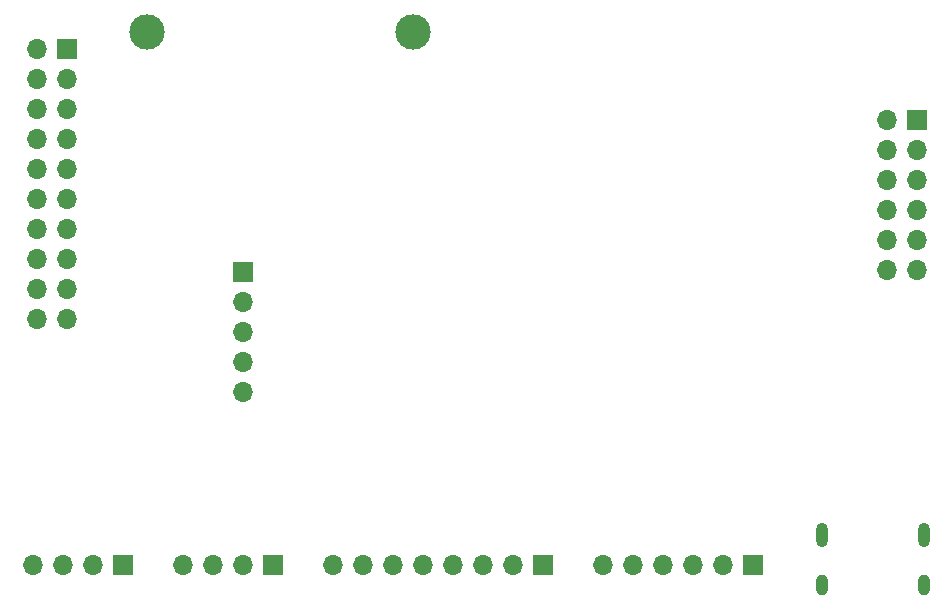
<source format=gbr>
%TF.GenerationSoftware,KiCad,Pcbnew,7.0.5*%
%TF.CreationDate,2023-06-26T01:29:26+02:00*%
%TF.ProjectId,GigaVesc,47696761-5665-4736-932e-6b696361645f,rev?*%
%TF.SameCoordinates,Original*%
%TF.FileFunction,Copper,L2,Bot*%
%TF.FilePolarity,Positive*%
%FSLAX46Y46*%
G04 Gerber Fmt 4.6, Leading zero omitted, Abs format (unit mm)*
G04 Created by KiCad (PCBNEW 7.0.5) date 2023-06-26 01:29:26*
%MOMM*%
%LPD*%
G01*
G04 APERTURE LIST*
%TA.AperFunction,ComponentPad*%
%ADD10R,1.700000X1.700000*%
%TD*%
%TA.AperFunction,ComponentPad*%
%ADD11O,1.700000X1.700000*%
%TD*%
%TA.AperFunction,ComponentPad*%
%ADD12C,3.000000*%
%TD*%
%TA.AperFunction,ComponentPad*%
%ADD13O,1.000000X2.100000*%
%TD*%
%TA.AperFunction,ComponentPad*%
%ADD14O,1.000000X1.800000*%
%TD*%
G04 APERTURE END LIST*
D10*
%TO.P,J7,1,Pin_1*%
%TO.N,+3.3V*%
X135890000Y-95890000D03*
D11*
%TO.P,J7,2,Pin_2*%
%TO.N,NRST*%
X135890000Y-98430000D03*
%TO.P,J7,3,Pin_3*%
%TO.N,SWCLK*%
X135890000Y-100970000D03*
%TO.P,J7,4,Pin_4*%
%TO.N,SWDIO*%
X135890000Y-103510000D03*
%TO.P,J7,5,Pin_5*%
%TO.N,GND*%
X135890000Y-106050000D03*
%TD*%
D12*
%TO.P,F1,1*%
%TO.N,+15V*%
X127815000Y-75565000D03*
%TO.P,F1,2*%
%TO.N,Net-(U10-VIN)*%
X150315000Y-75565000D03*
%TD*%
D13*
%TO.P,J9,S1,SHIELD*%
%TO.N,GND*%
X184910000Y-118180000D03*
D14*
X184910000Y-122360000D03*
D13*
X193550000Y-118180000D03*
D14*
X193550000Y-122360000D03*
%TD*%
D10*
%TO.P,J3,1,Pin_1*%
%TO.N,+3.3V*%
X138420000Y-120650000D03*
D11*
%TO.P,J3,2,Pin_2*%
%TO.N,TX_EXT2*%
X135880000Y-120650000D03*
%TO.P,J3,3,Pin_3*%
%TO.N,RX_EXT2*%
X133340000Y-120650000D03*
%TO.P,J3,4,Pin_4*%
%TO.N,GND*%
X130800000Y-120650000D03*
%TD*%
D10*
%TO.P,J1,1,Pin_1*%
%TO.N,+5V*%
X161275000Y-120650000D03*
D11*
%TO.P,J1,2,Pin_2*%
%TO.N,+3.3V*%
X158735000Y-120650000D03*
%TO.P,J1,3,Pin_3*%
%TO.N,Net-(J1-Pin_3)*%
X156195000Y-120650000D03*
%TO.P,J1,4,Pin_4*%
%TO.N,SCK_ADC_EXT*%
X153655000Y-120650000D03*
%TO.P,J1,5,Pin_5*%
%TO.N,MISO_ADC_EXT2*%
X151115000Y-120650000D03*
%TO.P,J1,6,Pin_6*%
%TO.N,TX_SCL_MOSI*%
X148575000Y-120650000D03*
%TO.P,J1,7,Pin_7*%
%TO.N,RX_SDA_NSS*%
X146035000Y-120650000D03*
%TO.P,J1,8,Pin_8*%
%TO.N,GND*%
X143495000Y-120650000D03*
%TD*%
D10*
%TO.P,J5,1,Pin_1*%
%TO.N,+5V*%
X179070000Y-120650000D03*
D11*
%TO.P,J5,2,Pin_2*%
%TO.N,TEMPMOTOR_IN*%
X176530000Y-120650000D03*
%TO.P,J5,3,Pin_3*%
%TO.N,Net-(J5-Pin_3)*%
X173990000Y-120650000D03*
%TO.P,J5,4,Pin_4*%
%TO.N,Net-(J5-Pin_4)*%
X171450000Y-120650000D03*
%TO.P,J5,5,Pin_5*%
%TO.N,Net-(J5-Pin_5)*%
X168910000Y-120650000D03*
%TO.P,J5,6,Pin_6*%
%TO.N,GND*%
X166370000Y-120650000D03*
%TD*%
D10*
%TO.P,J8,1,Pin_1*%
%TO.N,GND*%
X125730000Y-120650000D03*
D11*
%TO.P,J8,2,Pin_2*%
%TO.N,Net-(J8-Pin_2)*%
X123190000Y-120650000D03*
%TO.P,J8,3,Pin_3*%
%TO.N,Net-(J8-Pin_3)*%
X120650000Y-120650000D03*
%TO.P,J8,4,Pin_4*%
%TO.N,+5V*%
X118110000Y-120650000D03*
%TD*%
D10*
%TO.P,J6,1,Pin_1*%
%TO.N,+15V*%
X121000000Y-77000000D03*
D11*
%TO.P,J6,2,Pin_2*%
%TO.N,VSENSE1*%
X118460000Y-77000000D03*
%TO.P,J6,3,Pin_3*%
%TO.N,VSENSE2*%
X121000000Y-79540000D03*
%TO.P,J6,4,Pin_4*%
%TO.N,VSENSE3*%
X118460000Y-79540000D03*
%TO.P,J6,5,Pin_5*%
%TO.N,L1*%
X121000000Y-82080000D03*
%TO.P,J6,6,Pin_6*%
%TO.N,L2*%
X118460000Y-82080000D03*
%TO.P,J6,7,Pin_7*%
%TO.N,L3*%
X121000000Y-84620000D03*
%TO.P,J6,8,Pin_8*%
%TO.N,H1*%
X118460000Y-84620000D03*
%TO.P,J6,9,Pin_9*%
%TO.N,H2*%
X121000000Y-87160000D03*
%TO.P,J6,10,Pin_10*%
%TO.N,H3*%
X118460000Y-87160000D03*
%TO.P,J6,11,Pin_11*%
%TO.N,GND*%
X121000000Y-89700000D03*
%TO.P,J6,12,Pin_12*%
%TO.N,CURR_TRIP_LOW*%
X118460000Y-89700000D03*
%TO.P,J6,13,Pin_13*%
%TO.N,CURR_TRIP_HIGH*%
X121000000Y-92240000D03*
%TO.P,J6,14,Pin_14*%
%TO.N,MOSTEMP3*%
X118460000Y-92240000D03*
%TO.P,J6,15,Pin_15*%
%TO.N,MOSTEMP2*%
X121000000Y-94780000D03*
%TO.P,J6,16,Pin_16*%
%TO.N,MOSTEMP1*%
X118460000Y-94780000D03*
%TO.P,J6,17,Pin_17*%
%TO.N,CUR3*%
X121000000Y-97320000D03*
%TO.P,J6,18,Pin_18*%
%TO.N,CUR2*%
X118460000Y-97320000D03*
%TO.P,J6,19,Pin_19*%
%TO.N,CUR1*%
X121000000Y-99860000D03*
%TO.P,J6,20,Pin_20*%
%TO.N,+3.3V*%
X118460000Y-99860000D03*
%TD*%
D10*
%TO.P,J2,1,Pin_1*%
%TO.N,+5V*%
X193000000Y-83000000D03*
D11*
%TO.P,J2,2,Pin_2*%
%TO.N,IN_V*%
X190460000Y-83000000D03*
%TO.P,J2,3,Pin_3*%
%TO.N,VBIAS*%
X193000000Y-85540000D03*
%TO.P,J2,4,Pin_4*%
%TO.N,P_FILTER1*%
X190460000Y-85540000D03*
%TO.P,J2,5,Pin_5*%
%TO.N,P_FILTER2*%
X193000000Y-88080000D03*
%TO.P,J2,6,Pin_6*%
%TO.N,P_FILTER3*%
X190460000Y-88080000D03*
%TO.P,J2,7,Pin_7*%
%TO.N,GND*%
X193000000Y-90620000D03*
%TO.P,J2,8,Pin_8*%
X190460000Y-90620000D03*
%TO.P,J2,9,Pin_9*%
%TO.N,CLEAR_HW_FAULT*%
X193000000Y-93160000D03*
%TO.P,J2,10,Pin_10*%
%TO.N,POWER_STAGE_LOCKOUT*%
X190460000Y-93160000D03*
%TO.P,J2,11,Pin_11*%
%TO.N,POWER_STAGE_DISABLE*%
X193000000Y-95700000D03*
%TO.P,J2,12,Pin_12*%
%TO.N,+3.3V*%
X190460000Y-95700000D03*
%TD*%
M02*

</source>
